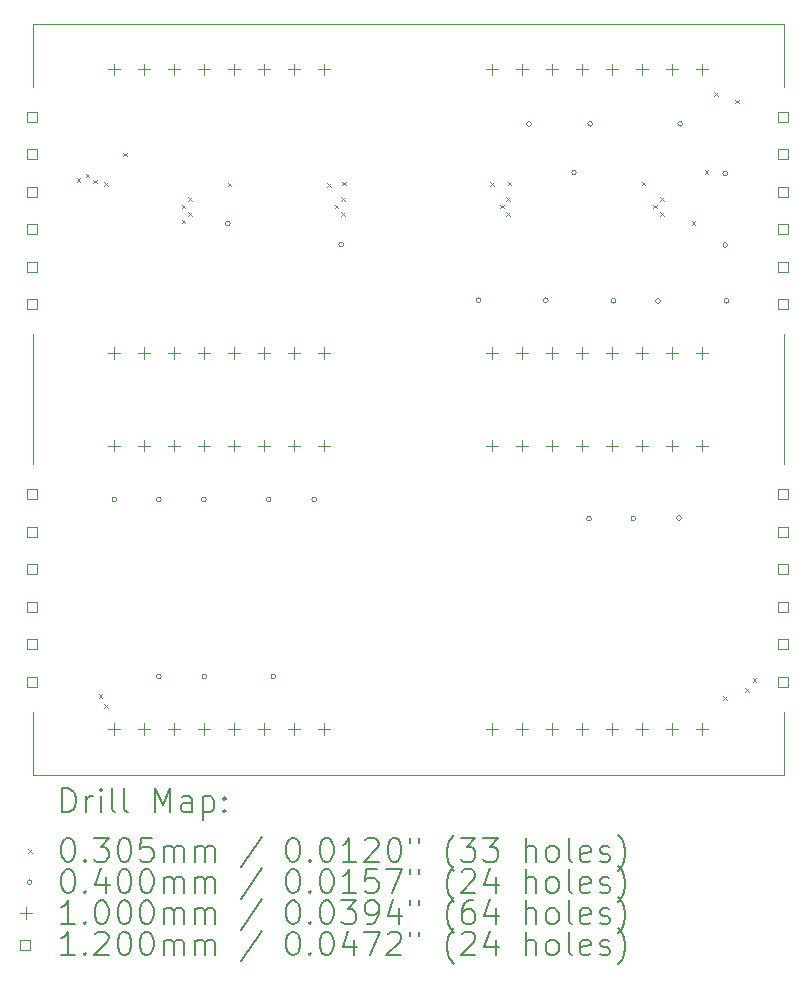
<source format=gbr>
%FSLAX45Y45*%
G04 Gerber Fmt 4.5, Leading zero omitted, Abs format (unit mm)*
G04 Created by KiCad (PCBNEW (6.0.6)) date 2022-10-25 18:49:50*
%MOMM*%
%LPD*%
G01*
G04 APERTURE LIST*
%TA.AperFunction,Profile*%
%ADD10C,0.100000*%
%TD*%
%ADD11C,0.200000*%
%ADD12C,0.030480*%
%ADD13C,0.040000*%
%ADD14C,0.100000*%
%ADD15C,0.120000*%
G04 APERTURE END LIST*
D10*
X6380000Y-3180000D02*
X6380000Y-2647750D01*
X20000Y3180000D02*
X6380000Y3180000D01*
X20000Y-2647750D02*
X20000Y-3180000D01*
X20000Y552250D02*
X20000Y-552250D01*
X20000Y2647750D02*
X20000Y3180000D01*
X6380000Y-552250D02*
X6380000Y552250D01*
X6380000Y2647750D02*
X6380000Y3180000D01*
X20000Y-3180000D02*
X6380000Y-3180000D01*
D11*
D12*
X391160Y1869440D02*
X421640Y1838960D01*
X421640Y1869440D02*
X391160Y1838960D01*
X467360Y1910080D02*
X497840Y1879600D01*
X497840Y1910080D02*
X467360Y1879600D01*
X533400Y1859280D02*
X563880Y1828800D01*
X563880Y1859280D02*
X533400Y1828800D01*
X579120Y-2499360D02*
X609600Y-2529840D01*
X609600Y-2499360D02*
X579120Y-2529840D01*
X624840Y1838960D02*
X655320Y1808480D01*
X655320Y1838960D02*
X624840Y1808480D01*
X624840Y-2580640D02*
X655320Y-2611120D01*
X655320Y-2580640D02*
X624840Y-2611120D01*
X787400Y2087880D02*
X817880Y2057400D01*
X817880Y2087880D02*
X787400Y2057400D01*
X1280021Y1647577D02*
X1310501Y1617097D01*
X1310501Y1647577D02*
X1280021Y1617097D01*
X1280160Y1518920D02*
X1310640Y1488440D01*
X1310640Y1518920D02*
X1280160Y1488440D01*
X1334772Y1583220D02*
X1365252Y1552740D01*
X1365252Y1583220D02*
X1334772Y1552740D01*
X1335425Y1711960D02*
X1365905Y1681480D01*
X1365905Y1711960D02*
X1335425Y1681480D01*
X1671320Y1833880D02*
X1701800Y1803400D01*
X1701800Y1833880D02*
X1671320Y1803400D01*
X2514600Y1828800D02*
X2545080Y1798320D01*
X2545080Y1828800D02*
X2514600Y1798320D01*
X2575560Y1647226D02*
X2606040Y1616746D01*
X2606040Y1647226D02*
X2575560Y1616746D01*
X2630260Y1711740D02*
X2660740Y1681260D01*
X2660740Y1711740D02*
X2630260Y1681260D01*
X2630272Y1582720D02*
X2660752Y1552240D01*
X2660752Y1582720D02*
X2630272Y1552240D01*
X2642260Y1842740D02*
X2672740Y1812260D01*
X2672740Y1842740D02*
X2642260Y1812260D01*
X3895275Y1839460D02*
X3925755Y1808980D01*
X3925755Y1839460D02*
X3895275Y1808980D01*
X3977640Y1647726D02*
X4008120Y1617246D01*
X4008120Y1647726D02*
X3977640Y1617246D01*
X4029885Y1712240D02*
X4060365Y1681760D01*
X4060365Y1712240D02*
X4029885Y1681760D01*
X4029897Y1583220D02*
X4060377Y1552740D01*
X4060377Y1583220D02*
X4029897Y1552740D01*
X4042260Y1842740D02*
X4072740Y1812260D01*
X4072740Y1842740D02*
X4042260Y1812260D01*
X5176520Y1842740D02*
X5207000Y1812260D01*
X5207000Y1842740D02*
X5176520Y1812260D01*
X5273040Y1647726D02*
X5303520Y1617246D01*
X5303520Y1647726D02*
X5273040Y1617246D01*
X5329885Y1712240D02*
X5360365Y1681760D01*
X5360365Y1712240D02*
X5329885Y1681760D01*
X5329897Y1583220D02*
X5360377Y1552740D01*
X5360377Y1583220D02*
X5329897Y1552740D01*
X5598160Y1508760D02*
X5628640Y1478280D01*
X5628640Y1508760D02*
X5598160Y1478280D01*
X5709760Y1940720D02*
X5740240Y1910240D01*
X5740240Y1940720D02*
X5709760Y1910240D01*
X5791200Y2600960D02*
X5821680Y2570480D01*
X5821680Y2600960D02*
X5791200Y2570480D01*
X5867400Y-2514600D02*
X5897880Y-2545080D01*
X5897880Y-2514600D02*
X5867400Y-2545080D01*
X5969000Y2534920D02*
X5999480Y2504440D01*
X5999480Y2534920D02*
X5969000Y2504440D01*
X6050280Y-2448560D02*
X6080760Y-2479040D01*
X6080760Y-2448560D02*
X6050280Y-2479040D01*
X6116320Y-2362200D02*
X6146800Y-2392680D01*
X6146800Y-2362200D02*
X6116320Y-2392680D01*
D13*
X731200Y-848360D02*
G75*
G03*
X731200Y-848360I-20000J0D01*
G01*
X1107120Y-848360D02*
G75*
G03*
X1107120Y-848360I-20000J0D01*
G01*
X1107120Y-2346960D02*
G75*
G03*
X1107120Y-2346960I-20000J0D01*
G01*
X1488120Y-848360D02*
G75*
G03*
X1488120Y-848360I-20000J0D01*
G01*
X1493200Y-2346960D02*
G75*
G03*
X1493200Y-2346960I-20000J0D01*
G01*
X1691320Y1488440D02*
G75*
G03*
X1691320Y1488440I-20000J0D01*
G01*
X2036760Y-848360D02*
G75*
G03*
X2036760Y-848360I-20000J0D01*
G01*
X2077400Y-2346960D02*
G75*
G03*
X2077400Y-2346960I-20000J0D01*
G01*
X2422840Y-848360D02*
G75*
G03*
X2422840Y-848360I-20000J0D01*
G01*
X2651440Y1310640D02*
G75*
G03*
X2651440Y1310640I-20000J0D01*
G01*
X3814760Y838200D02*
G75*
G03*
X3814760Y838200I-20000J0D01*
G01*
X4241480Y2331720D02*
G75*
G03*
X4241480Y2331720I-20000J0D01*
G01*
X4383720Y838200D02*
G75*
G03*
X4383720Y838200I-20000J0D01*
G01*
X4622480Y1920240D02*
G75*
G03*
X4622480Y1920240I-20000J0D01*
G01*
X4749480Y-1010920D02*
G75*
G03*
X4749480Y-1010920I-20000J0D01*
G01*
X4759640Y2331720D02*
G75*
G03*
X4759640Y2331720I-20000J0D01*
G01*
X4957760Y833120D02*
G75*
G03*
X4957760Y833120I-20000J0D01*
G01*
X5125400Y-1010920D02*
G75*
G03*
X5125400Y-1010920I-20000J0D01*
G01*
X5333680Y833120D02*
G75*
G03*
X5333680Y833120I-20000J0D01*
G01*
X5511480Y-1005840D02*
G75*
G03*
X5511480Y-1005840I-20000J0D01*
G01*
X5521640Y2331720D02*
G75*
G03*
X5521640Y2331720I-20000J0D01*
G01*
X5902640Y1910080D02*
G75*
G03*
X5902640Y1910080I-20000J0D01*
G01*
X5902640Y1305560D02*
G75*
G03*
X5902640Y1305560I-20000J0D01*
G01*
X5912800Y833120D02*
G75*
G03*
X5912800Y833120I-20000J0D01*
G01*
D14*
X711000Y2842000D02*
X711000Y2742000D01*
X661000Y2792000D02*
X761000Y2792000D01*
X711000Y442000D02*
X711000Y342000D01*
X661000Y392000D02*
X761000Y392000D01*
X711000Y-342000D02*
X711000Y-442000D01*
X661000Y-392000D02*
X761000Y-392000D01*
X711000Y-2742000D02*
X711000Y-2842000D01*
X661000Y-2792000D02*
X761000Y-2792000D01*
X965000Y2842000D02*
X965000Y2742000D01*
X915000Y2792000D02*
X1015000Y2792000D01*
X965000Y442000D02*
X965000Y342000D01*
X915000Y392000D02*
X1015000Y392000D01*
X965000Y-342000D02*
X965000Y-442000D01*
X915000Y-392000D02*
X1015000Y-392000D01*
X965000Y-2742000D02*
X965000Y-2842000D01*
X915000Y-2792000D02*
X1015000Y-2792000D01*
X1219000Y2842000D02*
X1219000Y2742000D01*
X1169000Y2792000D02*
X1269000Y2792000D01*
X1219000Y442000D02*
X1219000Y342000D01*
X1169000Y392000D02*
X1269000Y392000D01*
X1219000Y-342000D02*
X1219000Y-442000D01*
X1169000Y-392000D02*
X1269000Y-392000D01*
X1219000Y-2742000D02*
X1219000Y-2842000D01*
X1169000Y-2792000D02*
X1269000Y-2792000D01*
X1473000Y2842000D02*
X1473000Y2742000D01*
X1423000Y2792000D02*
X1523000Y2792000D01*
X1473000Y442000D02*
X1473000Y342000D01*
X1423000Y392000D02*
X1523000Y392000D01*
X1473000Y-342000D02*
X1473000Y-442000D01*
X1423000Y-392000D02*
X1523000Y-392000D01*
X1473000Y-2742000D02*
X1473000Y-2842000D01*
X1423000Y-2792000D02*
X1523000Y-2792000D01*
X1727000Y2842000D02*
X1727000Y2742000D01*
X1677000Y2792000D02*
X1777000Y2792000D01*
X1727000Y442000D02*
X1727000Y342000D01*
X1677000Y392000D02*
X1777000Y392000D01*
X1727000Y-342000D02*
X1727000Y-442000D01*
X1677000Y-392000D02*
X1777000Y-392000D01*
X1727000Y-2742000D02*
X1727000Y-2842000D01*
X1677000Y-2792000D02*
X1777000Y-2792000D01*
X1981000Y2842000D02*
X1981000Y2742000D01*
X1931000Y2792000D02*
X2031000Y2792000D01*
X1981000Y442000D02*
X1981000Y342000D01*
X1931000Y392000D02*
X2031000Y392000D01*
X1981000Y-342000D02*
X1981000Y-442000D01*
X1931000Y-392000D02*
X2031000Y-392000D01*
X1981000Y-2742000D02*
X1981000Y-2842000D01*
X1931000Y-2792000D02*
X2031000Y-2792000D01*
X2235000Y2842000D02*
X2235000Y2742000D01*
X2185000Y2792000D02*
X2285000Y2792000D01*
X2235000Y442000D02*
X2235000Y342000D01*
X2185000Y392000D02*
X2285000Y392000D01*
X2235000Y-342000D02*
X2235000Y-442000D01*
X2185000Y-392000D02*
X2285000Y-392000D01*
X2235000Y-2742000D02*
X2235000Y-2842000D01*
X2185000Y-2792000D02*
X2285000Y-2792000D01*
X2489000Y2842000D02*
X2489000Y2742000D01*
X2439000Y2792000D02*
X2539000Y2792000D01*
X2489000Y442000D02*
X2489000Y342000D01*
X2439000Y392000D02*
X2539000Y392000D01*
X2489000Y-342000D02*
X2489000Y-442000D01*
X2439000Y-392000D02*
X2539000Y-392000D01*
X2489000Y-2742000D02*
X2489000Y-2842000D01*
X2439000Y-2792000D02*
X2539000Y-2792000D01*
X3911000Y2842000D02*
X3911000Y2742000D01*
X3861000Y2792000D02*
X3961000Y2792000D01*
X3911000Y442000D02*
X3911000Y342000D01*
X3861000Y392000D02*
X3961000Y392000D01*
X3911000Y-342000D02*
X3911000Y-442000D01*
X3861000Y-392000D02*
X3961000Y-392000D01*
X3911000Y-2742000D02*
X3911000Y-2842000D01*
X3861000Y-2792000D02*
X3961000Y-2792000D01*
X4165000Y2842000D02*
X4165000Y2742000D01*
X4115000Y2792000D02*
X4215000Y2792000D01*
X4165000Y442000D02*
X4165000Y342000D01*
X4115000Y392000D02*
X4215000Y392000D01*
X4165000Y-342000D02*
X4165000Y-442000D01*
X4115000Y-392000D02*
X4215000Y-392000D01*
X4165000Y-2742000D02*
X4165000Y-2842000D01*
X4115000Y-2792000D02*
X4215000Y-2792000D01*
X4419000Y2842000D02*
X4419000Y2742000D01*
X4369000Y2792000D02*
X4469000Y2792000D01*
X4419000Y442000D02*
X4419000Y342000D01*
X4369000Y392000D02*
X4469000Y392000D01*
X4419000Y-342000D02*
X4419000Y-442000D01*
X4369000Y-392000D02*
X4469000Y-392000D01*
X4419000Y-2742000D02*
X4419000Y-2842000D01*
X4369000Y-2792000D02*
X4469000Y-2792000D01*
X4673000Y2842000D02*
X4673000Y2742000D01*
X4623000Y2792000D02*
X4723000Y2792000D01*
X4673000Y442000D02*
X4673000Y342000D01*
X4623000Y392000D02*
X4723000Y392000D01*
X4673000Y-342000D02*
X4673000Y-442000D01*
X4623000Y-392000D02*
X4723000Y-392000D01*
X4673000Y-2742000D02*
X4673000Y-2842000D01*
X4623000Y-2792000D02*
X4723000Y-2792000D01*
X4927000Y2842000D02*
X4927000Y2742000D01*
X4877000Y2792000D02*
X4977000Y2792000D01*
X4927000Y442000D02*
X4927000Y342000D01*
X4877000Y392000D02*
X4977000Y392000D01*
X4927000Y-342000D02*
X4927000Y-442000D01*
X4877000Y-392000D02*
X4977000Y-392000D01*
X4927000Y-2742000D02*
X4927000Y-2842000D01*
X4877000Y-2792000D02*
X4977000Y-2792000D01*
X5181000Y2842000D02*
X5181000Y2742000D01*
X5131000Y2792000D02*
X5231000Y2792000D01*
X5181000Y442000D02*
X5181000Y342000D01*
X5131000Y392000D02*
X5231000Y392000D01*
X5181000Y-342000D02*
X5181000Y-442000D01*
X5131000Y-392000D02*
X5231000Y-392000D01*
X5181000Y-2742000D02*
X5181000Y-2842000D01*
X5131000Y-2792000D02*
X5231000Y-2792000D01*
X5435000Y2842000D02*
X5435000Y2742000D01*
X5385000Y2792000D02*
X5485000Y2792000D01*
X5435000Y442000D02*
X5435000Y342000D01*
X5385000Y392000D02*
X5485000Y392000D01*
X5435000Y-342000D02*
X5435000Y-442000D01*
X5385000Y-392000D02*
X5485000Y-392000D01*
X5435000Y-2742000D02*
X5435000Y-2842000D01*
X5385000Y-2792000D02*
X5485000Y-2792000D01*
X5689000Y2842000D02*
X5689000Y2742000D01*
X5639000Y2792000D02*
X5739000Y2792000D01*
X5689000Y442000D02*
X5689000Y342000D01*
X5639000Y392000D02*
X5739000Y392000D01*
X5689000Y-342000D02*
X5689000Y-442000D01*
X5639000Y-392000D02*
X5739000Y-392000D01*
X5689000Y-2742000D02*
X5689000Y-2842000D01*
X5639000Y-2792000D02*
X5739000Y-2792000D01*
D15*
X58427Y2351323D02*
X58427Y2436177D01*
X-26427Y2436177D01*
X-26427Y2351323D01*
X58427Y2351323D01*
X58427Y2033823D02*
X58427Y2118677D01*
X-26427Y2118677D01*
X-26427Y2033823D01*
X58427Y2033823D01*
X58427Y1716323D02*
X58427Y1801177D01*
X-26427Y1801177D01*
X-26427Y1716323D01*
X58427Y1716323D01*
X58427Y1398823D02*
X58427Y1483677D01*
X-26427Y1483677D01*
X-26427Y1398823D01*
X58427Y1398823D01*
X58427Y1081323D02*
X58427Y1166177D01*
X-26427Y1166177D01*
X-26427Y1081323D01*
X58427Y1081323D01*
X58427Y763823D02*
X58427Y848677D01*
X-26427Y848677D01*
X-26427Y763823D01*
X58427Y763823D01*
X58427Y-848677D02*
X58427Y-763823D01*
X-26427Y-763823D01*
X-26427Y-848677D01*
X58427Y-848677D01*
X58427Y-1166177D02*
X58427Y-1081323D01*
X-26427Y-1081323D01*
X-26427Y-1166177D01*
X58427Y-1166177D01*
X58427Y-1483677D02*
X58427Y-1398823D01*
X-26427Y-1398823D01*
X-26427Y-1483677D01*
X58427Y-1483677D01*
X58427Y-1801177D02*
X58427Y-1716323D01*
X-26427Y-1716323D01*
X-26427Y-1801177D01*
X58427Y-1801177D01*
X58427Y-2118677D02*
X58427Y-2033823D01*
X-26427Y-2033823D01*
X-26427Y-2118677D01*
X58427Y-2118677D01*
X58427Y-2436177D02*
X58427Y-2351323D01*
X-26427Y-2351323D01*
X-26427Y-2436177D01*
X58427Y-2436177D01*
X6418427Y2351323D02*
X6418427Y2436177D01*
X6333573Y2436177D01*
X6333573Y2351323D01*
X6418427Y2351323D01*
X6418427Y2033823D02*
X6418427Y2118677D01*
X6333573Y2118677D01*
X6333573Y2033823D01*
X6418427Y2033823D01*
X6418427Y1716323D02*
X6418427Y1801177D01*
X6333573Y1801177D01*
X6333573Y1716323D01*
X6418427Y1716323D01*
X6418427Y1398823D02*
X6418427Y1483677D01*
X6333573Y1483677D01*
X6333573Y1398823D01*
X6418427Y1398823D01*
X6418427Y1081323D02*
X6418427Y1166177D01*
X6333573Y1166177D01*
X6333573Y1081323D01*
X6418427Y1081323D01*
X6418427Y763823D02*
X6418427Y848677D01*
X6333573Y848677D01*
X6333573Y763823D01*
X6418427Y763823D01*
X6418427Y-848677D02*
X6418427Y-763823D01*
X6333573Y-763823D01*
X6333573Y-848677D01*
X6418427Y-848677D01*
X6418427Y-1166177D02*
X6418427Y-1081323D01*
X6333573Y-1081323D01*
X6333573Y-1166177D01*
X6418427Y-1166177D01*
X6418427Y-1483677D02*
X6418427Y-1398823D01*
X6333573Y-1398823D01*
X6333573Y-1483677D01*
X6418427Y-1483677D01*
X6418427Y-1801177D02*
X6418427Y-1716323D01*
X6333573Y-1716323D01*
X6333573Y-1801177D01*
X6418427Y-1801177D01*
X6418427Y-2118677D02*
X6418427Y-2033823D01*
X6333573Y-2033823D01*
X6333573Y-2118677D01*
X6418427Y-2118677D01*
X6418427Y-2436177D02*
X6418427Y-2351323D01*
X6333573Y-2351323D01*
X6333573Y-2436177D01*
X6418427Y-2436177D01*
D11*
X271619Y-3495476D02*
X271619Y-3295476D01*
X319238Y-3295476D01*
X347810Y-3305000D01*
X366857Y-3324048D01*
X376381Y-3343095D01*
X385905Y-3381190D01*
X385905Y-3409762D01*
X376381Y-3447857D01*
X366857Y-3466905D01*
X347810Y-3485952D01*
X319238Y-3495476D01*
X271619Y-3495476D01*
X471619Y-3495476D02*
X471619Y-3362143D01*
X471619Y-3400238D02*
X481143Y-3381190D01*
X490667Y-3371667D01*
X509714Y-3362143D01*
X528762Y-3362143D01*
X595429Y-3495476D02*
X595429Y-3362143D01*
X595429Y-3295476D02*
X585905Y-3305000D01*
X595429Y-3314524D01*
X604952Y-3305000D01*
X595429Y-3295476D01*
X595429Y-3314524D01*
X719238Y-3495476D02*
X700190Y-3485952D01*
X690667Y-3466905D01*
X690667Y-3295476D01*
X824000Y-3495476D02*
X804952Y-3485952D01*
X795428Y-3466905D01*
X795428Y-3295476D01*
X1052571Y-3495476D02*
X1052571Y-3295476D01*
X1119238Y-3438333D01*
X1185905Y-3295476D01*
X1185905Y-3495476D01*
X1366857Y-3495476D02*
X1366857Y-3390714D01*
X1357333Y-3371667D01*
X1338286Y-3362143D01*
X1300190Y-3362143D01*
X1281143Y-3371667D01*
X1366857Y-3485952D02*
X1347810Y-3495476D01*
X1300190Y-3495476D01*
X1281143Y-3485952D01*
X1271619Y-3466905D01*
X1271619Y-3447857D01*
X1281143Y-3428809D01*
X1300190Y-3419286D01*
X1347810Y-3419286D01*
X1366857Y-3409762D01*
X1462095Y-3362143D02*
X1462095Y-3562143D01*
X1462095Y-3371667D02*
X1481143Y-3362143D01*
X1519238Y-3362143D01*
X1538286Y-3371667D01*
X1547809Y-3381190D01*
X1557333Y-3400238D01*
X1557333Y-3457381D01*
X1547809Y-3476428D01*
X1538286Y-3485952D01*
X1519238Y-3495476D01*
X1481143Y-3495476D01*
X1462095Y-3485952D01*
X1643048Y-3476428D02*
X1652571Y-3485952D01*
X1643048Y-3495476D01*
X1633524Y-3485952D01*
X1643048Y-3476428D01*
X1643048Y-3495476D01*
X1643048Y-3371667D02*
X1652571Y-3381190D01*
X1643048Y-3390714D01*
X1633524Y-3381190D01*
X1643048Y-3371667D01*
X1643048Y-3390714D01*
D12*
X-16480Y-3809760D02*
X14000Y-3840240D01*
X14000Y-3809760D02*
X-16480Y-3840240D01*
D11*
X309714Y-3715476D02*
X328762Y-3715476D01*
X347810Y-3725000D01*
X357333Y-3734524D01*
X366857Y-3753571D01*
X376381Y-3791667D01*
X376381Y-3839286D01*
X366857Y-3877381D01*
X357333Y-3896428D01*
X347810Y-3905952D01*
X328762Y-3915476D01*
X309714Y-3915476D01*
X290667Y-3905952D01*
X281143Y-3896428D01*
X271619Y-3877381D01*
X262095Y-3839286D01*
X262095Y-3791667D01*
X271619Y-3753571D01*
X281143Y-3734524D01*
X290667Y-3725000D01*
X309714Y-3715476D01*
X462095Y-3896428D02*
X471619Y-3905952D01*
X462095Y-3915476D01*
X452571Y-3905952D01*
X462095Y-3896428D01*
X462095Y-3915476D01*
X538286Y-3715476D02*
X662095Y-3715476D01*
X595429Y-3791667D01*
X624000Y-3791667D01*
X643048Y-3801190D01*
X652571Y-3810714D01*
X662095Y-3829762D01*
X662095Y-3877381D01*
X652571Y-3896428D01*
X643048Y-3905952D01*
X624000Y-3915476D01*
X566857Y-3915476D01*
X547810Y-3905952D01*
X538286Y-3896428D01*
X785905Y-3715476D02*
X804952Y-3715476D01*
X824000Y-3725000D01*
X833524Y-3734524D01*
X843048Y-3753571D01*
X852571Y-3791667D01*
X852571Y-3839286D01*
X843048Y-3877381D01*
X833524Y-3896428D01*
X824000Y-3905952D01*
X804952Y-3915476D01*
X785905Y-3915476D01*
X766857Y-3905952D01*
X757333Y-3896428D01*
X747809Y-3877381D01*
X738286Y-3839286D01*
X738286Y-3791667D01*
X747809Y-3753571D01*
X757333Y-3734524D01*
X766857Y-3725000D01*
X785905Y-3715476D01*
X1033524Y-3715476D02*
X938286Y-3715476D01*
X928762Y-3810714D01*
X938286Y-3801190D01*
X957333Y-3791667D01*
X1004952Y-3791667D01*
X1024000Y-3801190D01*
X1033524Y-3810714D01*
X1043048Y-3829762D01*
X1043048Y-3877381D01*
X1033524Y-3896428D01*
X1024000Y-3905952D01*
X1004952Y-3915476D01*
X957333Y-3915476D01*
X938286Y-3905952D01*
X928762Y-3896428D01*
X1128762Y-3915476D02*
X1128762Y-3782143D01*
X1128762Y-3801190D02*
X1138286Y-3791667D01*
X1157333Y-3782143D01*
X1185905Y-3782143D01*
X1204952Y-3791667D01*
X1214476Y-3810714D01*
X1214476Y-3915476D01*
X1214476Y-3810714D02*
X1224000Y-3791667D01*
X1243048Y-3782143D01*
X1271619Y-3782143D01*
X1290667Y-3791667D01*
X1300190Y-3810714D01*
X1300190Y-3915476D01*
X1395429Y-3915476D02*
X1395429Y-3782143D01*
X1395429Y-3801190D02*
X1404952Y-3791667D01*
X1424000Y-3782143D01*
X1452571Y-3782143D01*
X1471619Y-3791667D01*
X1481143Y-3810714D01*
X1481143Y-3915476D01*
X1481143Y-3810714D02*
X1490667Y-3791667D01*
X1509714Y-3782143D01*
X1538286Y-3782143D01*
X1557333Y-3791667D01*
X1566857Y-3810714D01*
X1566857Y-3915476D01*
X1957333Y-3705952D02*
X1785905Y-3963095D01*
X2214476Y-3715476D02*
X2233524Y-3715476D01*
X2252571Y-3725000D01*
X2262095Y-3734524D01*
X2271619Y-3753571D01*
X2281143Y-3791667D01*
X2281143Y-3839286D01*
X2271619Y-3877381D01*
X2262095Y-3896428D01*
X2252571Y-3905952D01*
X2233524Y-3915476D01*
X2214476Y-3915476D01*
X2195429Y-3905952D01*
X2185905Y-3896428D01*
X2176381Y-3877381D01*
X2166857Y-3839286D01*
X2166857Y-3791667D01*
X2176381Y-3753571D01*
X2185905Y-3734524D01*
X2195429Y-3725000D01*
X2214476Y-3715476D01*
X2366857Y-3896428D02*
X2376381Y-3905952D01*
X2366857Y-3915476D01*
X2357333Y-3905952D01*
X2366857Y-3896428D01*
X2366857Y-3915476D01*
X2500190Y-3715476D02*
X2519238Y-3715476D01*
X2538286Y-3725000D01*
X2547810Y-3734524D01*
X2557333Y-3753571D01*
X2566857Y-3791667D01*
X2566857Y-3839286D01*
X2557333Y-3877381D01*
X2547810Y-3896428D01*
X2538286Y-3905952D01*
X2519238Y-3915476D01*
X2500190Y-3915476D01*
X2481143Y-3905952D01*
X2471619Y-3896428D01*
X2462095Y-3877381D01*
X2452571Y-3839286D01*
X2452571Y-3791667D01*
X2462095Y-3753571D01*
X2471619Y-3734524D01*
X2481143Y-3725000D01*
X2500190Y-3715476D01*
X2757333Y-3915476D02*
X2643048Y-3915476D01*
X2700190Y-3915476D02*
X2700190Y-3715476D01*
X2681143Y-3744048D01*
X2662095Y-3763095D01*
X2643048Y-3772619D01*
X2833524Y-3734524D02*
X2843048Y-3725000D01*
X2862095Y-3715476D01*
X2909714Y-3715476D01*
X2928762Y-3725000D01*
X2938286Y-3734524D01*
X2947809Y-3753571D01*
X2947809Y-3772619D01*
X2938286Y-3801190D01*
X2824000Y-3915476D01*
X2947809Y-3915476D01*
X3071619Y-3715476D02*
X3090667Y-3715476D01*
X3109714Y-3725000D01*
X3119238Y-3734524D01*
X3128762Y-3753571D01*
X3138286Y-3791667D01*
X3138286Y-3839286D01*
X3128762Y-3877381D01*
X3119238Y-3896428D01*
X3109714Y-3905952D01*
X3090667Y-3915476D01*
X3071619Y-3915476D01*
X3052571Y-3905952D01*
X3043048Y-3896428D01*
X3033524Y-3877381D01*
X3024000Y-3839286D01*
X3024000Y-3791667D01*
X3033524Y-3753571D01*
X3043048Y-3734524D01*
X3052571Y-3725000D01*
X3071619Y-3715476D01*
X3214476Y-3715476D02*
X3214476Y-3753571D01*
X3290667Y-3715476D02*
X3290667Y-3753571D01*
X3585905Y-3991667D02*
X3576381Y-3982143D01*
X3557333Y-3953571D01*
X3547809Y-3934524D01*
X3538286Y-3905952D01*
X3528762Y-3858333D01*
X3528762Y-3820238D01*
X3538286Y-3772619D01*
X3547809Y-3744048D01*
X3557333Y-3725000D01*
X3576381Y-3696428D01*
X3585905Y-3686905D01*
X3643048Y-3715476D02*
X3766857Y-3715476D01*
X3700190Y-3791667D01*
X3728762Y-3791667D01*
X3747809Y-3801190D01*
X3757333Y-3810714D01*
X3766857Y-3829762D01*
X3766857Y-3877381D01*
X3757333Y-3896428D01*
X3747809Y-3905952D01*
X3728762Y-3915476D01*
X3671619Y-3915476D01*
X3652571Y-3905952D01*
X3643048Y-3896428D01*
X3833524Y-3715476D02*
X3957333Y-3715476D01*
X3890667Y-3791667D01*
X3919238Y-3791667D01*
X3938286Y-3801190D01*
X3947809Y-3810714D01*
X3957333Y-3829762D01*
X3957333Y-3877381D01*
X3947809Y-3896428D01*
X3938286Y-3905952D01*
X3919238Y-3915476D01*
X3862095Y-3915476D01*
X3843048Y-3905952D01*
X3833524Y-3896428D01*
X4195429Y-3915476D02*
X4195429Y-3715476D01*
X4281143Y-3915476D02*
X4281143Y-3810714D01*
X4271619Y-3791667D01*
X4252571Y-3782143D01*
X4224000Y-3782143D01*
X4204952Y-3791667D01*
X4195429Y-3801190D01*
X4404952Y-3915476D02*
X4385905Y-3905952D01*
X4376381Y-3896428D01*
X4366857Y-3877381D01*
X4366857Y-3820238D01*
X4376381Y-3801190D01*
X4385905Y-3791667D01*
X4404952Y-3782143D01*
X4433524Y-3782143D01*
X4452571Y-3791667D01*
X4462095Y-3801190D01*
X4471619Y-3820238D01*
X4471619Y-3877381D01*
X4462095Y-3896428D01*
X4452571Y-3905952D01*
X4433524Y-3915476D01*
X4404952Y-3915476D01*
X4585905Y-3915476D02*
X4566857Y-3905952D01*
X4557333Y-3886905D01*
X4557333Y-3715476D01*
X4738286Y-3905952D02*
X4719238Y-3915476D01*
X4681143Y-3915476D01*
X4662095Y-3905952D01*
X4652571Y-3886905D01*
X4652571Y-3810714D01*
X4662095Y-3791667D01*
X4681143Y-3782143D01*
X4719238Y-3782143D01*
X4738286Y-3791667D01*
X4747810Y-3810714D01*
X4747810Y-3829762D01*
X4652571Y-3848809D01*
X4824000Y-3905952D02*
X4843048Y-3915476D01*
X4881143Y-3915476D01*
X4900190Y-3905952D01*
X4909714Y-3886905D01*
X4909714Y-3877381D01*
X4900190Y-3858333D01*
X4881143Y-3848809D01*
X4852571Y-3848809D01*
X4833524Y-3839286D01*
X4824000Y-3820238D01*
X4824000Y-3810714D01*
X4833524Y-3791667D01*
X4852571Y-3782143D01*
X4881143Y-3782143D01*
X4900190Y-3791667D01*
X4976381Y-3991667D02*
X4985905Y-3982143D01*
X5004952Y-3953571D01*
X5014476Y-3934524D01*
X5024000Y-3905952D01*
X5033524Y-3858333D01*
X5033524Y-3820238D01*
X5024000Y-3772619D01*
X5014476Y-3744048D01*
X5004952Y-3725000D01*
X4985905Y-3696428D01*
X4976381Y-3686905D01*
D13*
X14000Y-4089000D02*
G75*
G03*
X14000Y-4089000I-20000J0D01*
G01*
D11*
X309714Y-3979476D02*
X328762Y-3979476D01*
X347810Y-3989000D01*
X357333Y-3998524D01*
X366857Y-4017571D01*
X376381Y-4055667D01*
X376381Y-4103286D01*
X366857Y-4141381D01*
X357333Y-4160428D01*
X347810Y-4169952D01*
X328762Y-4179476D01*
X309714Y-4179476D01*
X290667Y-4169952D01*
X281143Y-4160428D01*
X271619Y-4141381D01*
X262095Y-4103286D01*
X262095Y-4055667D01*
X271619Y-4017571D01*
X281143Y-3998524D01*
X290667Y-3989000D01*
X309714Y-3979476D01*
X462095Y-4160428D02*
X471619Y-4169952D01*
X462095Y-4179476D01*
X452571Y-4169952D01*
X462095Y-4160428D01*
X462095Y-4179476D01*
X643048Y-4046143D02*
X643048Y-4179476D01*
X595429Y-3969952D02*
X547810Y-4112809D01*
X671619Y-4112809D01*
X785905Y-3979476D02*
X804952Y-3979476D01*
X824000Y-3989000D01*
X833524Y-3998524D01*
X843048Y-4017571D01*
X852571Y-4055667D01*
X852571Y-4103286D01*
X843048Y-4141381D01*
X833524Y-4160428D01*
X824000Y-4169952D01*
X804952Y-4179476D01*
X785905Y-4179476D01*
X766857Y-4169952D01*
X757333Y-4160428D01*
X747809Y-4141381D01*
X738286Y-4103286D01*
X738286Y-4055667D01*
X747809Y-4017571D01*
X757333Y-3998524D01*
X766857Y-3989000D01*
X785905Y-3979476D01*
X976381Y-3979476D02*
X995428Y-3979476D01*
X1014476Y-3989000D01*
X1024000Y-3998524D01*
X1033524Y-4017571D01*
X1043048Y-4055667D01*
X1043048Y-4103286D01*
X1033524Y-4141381D01*
X1024000Y-4160428D01*
X1014476Y-4169952D01*
X995428Y-4179476D01*
X976381Y-4179476D01*
X957333Y-4169952D01*
X947809Y-4160428D01*
X938286Y-4141381D01*
X928762Y-4103286D01*
X928762Y-4055667D01*
X938286Y-4017571D01*
X947809Y-3998524D01*
X957333Y-3989000D01*
X976381Y-3979476D01*
X1128762Y-4179476D02*
X1128762Y-4046143D01*
X1128762Y-4065190D02*
X1138286Y-4055667D01*
X1157333Y-4046143D01*
X1185905Y-4046143D01*
X1204952Y-4055667D01*
X1214476Y-4074714D01*
X1214476Y-4179476D01*
X1214476Y-4074714D02*
X1224000Y-4055667D01*
X1243048Y-4046143D01*
X1271619Y-4046143D01*
X1290667Y-4055667D01*
X1300190Y-4074714D01*
X1300190Y-4179476D01*
X1395429Y-4179476D02*
X1395429Y-4046143D01*
X1395429Y-4065190D02*
X1404952Y-4055667D01*
X1424000Y-4046143D01*
X1452571Y-4046143D01*
X1471619Y-4055667D01*
X1481143Y-4074714D01*
X1481143Y-4179476D01*
X1481143Y-4074714D02*
X1490667Y-4055667D01*
X1509714Y-4046143D01*
X1538286Y-4046143D01*
X1557333Y-4055667D01*
X1566857Y-4074714D01*
X1566857Y-4179476D01*
X1957333Y-3969952D02*
X1785905Y-4227095D01*
X2214476Y-3979476D02*
X2233524Y-3979476D01*
X2252571Y-3989000D01*
X2262095Y-3998524D01*
X2271619Y-4017571D01*
X2281143Y-4055667D01*
X2281143Y-4103286D01*
X2271619Y-4141381D01*
X2262095Y-4160428D01*
X2252571Y-4169952D01*
X2233524Y-4179476D01*
X2214476Y-4179476D01*
X2195429Y-4169952D01*
X2185905Y-4160428D01*
X2176381Y-4141381D01*
X2166857Y-4103286D01*
X2166857Y-4055667D01*
X2176381Y-4017571D01*
X2185905Y-3998524D01*
X2195429Y-3989000D01*
X2214476Y-3979476D01*
X2366857Y-4160428D02*
X2376381Y-4169952D01*
X2366857Y-4179476D01*
X2357333Y-4169952D01*
X2366857Y-4160428D01*
X2366857Y-4179476D01*
X2500190Y-3979476D02*
X2519238Y-3979476D01*
X2538286Y-3989000D01*
X2547810Y-3998524D01*
X2557333Y-4017571D01*
X2566857Y-4055667D01*
X2566857Y-4103286D01*
X2557333Y-4141381D01*
X2547810Y-4160428D01*
X2538286Y-4169952D01*
X2519238Y-4179476D01*
X2500190Y-4179476D01*
X2481143Y-4169952D01*
X2471619Y-4160428D01*
X2462095Y-4141381D01*
X2452571Y-4103286D01*
X2452571Y-4055667D01*
X2462095Y-4017571D01*
X2471619Y-3998524D01*
X2481143Y-3989000D01*
X2500190Y-3979476D01*
X2757333Y-4179476D02*
X2643048Y-4179476D01*
X2700190Y-4179476D02*
X2700190Y-3979476D01*
X2681143Y-4008048D01*
X2662095Y-4027095D01*
X2643048Y-4036619D01*
X2938286Y-3979476D02*
X2843048Y-3979476D01*
X2833524Y-4074714D01*
X2843048Y-4065190D01*
X2862095Y-4055667D01*
X2909714Y-4055667D01*
X2928762Y-4065190D01*
X2938286Y-4074714D01*
X2947809Y-4093762D01*
X2947809Y-4141381D01*
X2938286Y-4160428D01*
X2928762Y-4169952D01*
X2909714Y-4179476D01*
X2862095Y-4179476D01*
X2843048Y-4169952D01*
X2833524Y-4160428D01*
X3014476Y-3979476D02*
X3147809Y-3979476D01*
X3062095Y-4179476D01*
X3214476Y-3979476D02*
X3214476Y-4017571D01*
X3290667Y-3979476D02*
X3290667Y-4017571D01*
X3585905Y-4255667D02*
X3576381Y-4246143D01*
X3557333Y-4217571D01*
X3547809Y-4198524D01*
X3538286Y-4169952D01*
X3528762Y-4122333D01*
X3528762Y-4084238D01*
X3538286Y-4036619D01*
X3547809Y-4008048D01*
X3557333Y-3989000D01*
X3576381Y-3960428D01*
X3585905Y-3950905D01*
X3652571Y-3998524D02*
X3662095Y-3989000D01*
X3681143Y-3979476D01*
X3728762Y-3979476D01*
X3747809Y-3989000D01*
X3757333Y-3998524D01*
X3766857Y-4017571D01*
X3766857Y-4036619D01*
X3757333Y-4065190D01*
X3643048Y-4179476D01*
X3766857Y-4179476D01*
X3938286Y-4046143D02*
X3938286Y-4179476D01*
X3890667Y-3969952D02*
X3843048Y-4112809D01*
X3966857Y-4112809D01*
X4195429Y-4179476D02*
X4195429Y-3979476D01*
X4281143Y-4179476D02*
X4281143Y-4074714D01*
X4271619Y-4055667D01*
X4252571Y-4046143D01*
X4224000Y-4046143D01*
X4204952Y-4055667D01*
X4195429Y-4065190D01*
X4404952Y-4179476D02*
X4385905Y-4169952D01*
X4376381Y-4160428D01*
X4366857Y-4141381D01*
X4366857Y-4084238D01*
X4376381Y-4065190D01*
X4385905Y-4055667D01*
X4404952Y-4046143D01*
X4433524Y-4046143D01*
X4452571Y-4055667D01*
X4462095Y-4065190D01*
X4471619Y-4084238D01*
X4471619Y-4141381D01*
X4462095Y-4160428D01*
X4452571Y-4169952D01*
X4433524Y-4179476D01*
X4404952Y-4179476D01*
X4585905Y-4179476D02*
X4566857Y-4169952D01*
X4557333Y-4150905D01*
X4557333Y-3979476D01*
X4738286Y-4169952D02*
X4719238Y-4179476D01*
X4681143Y-4179476D01*
X4662095Y-4169952D01*
X4652571Y-4150905D01*
X4652571Y-4074714D01*
X4662095Y-4055667D01*
X4681143Y-4046143D01*
X4719238Y-4046143D01*
X4738286Y-4055667D01*
X4747810Y-4074714D01*
X4747810Y-4093762D01*
X4652571Y-4112809D01*
X4824000Y-4169952D02*
X4843048Y-4179476D01*
X4881143Y-4179476D01*
X4900190Y-4169952D01*
X4909714Y-4150905D01*
X4909714Y-4141381D01*
X4900190Y-4122333D01*
X4881143Y-4112809D01*
X4852571Y-4112809D01*
X4833524Y-4103286D01*
X4824000Y-4084238D01*
X4824000Y-4074714D01*
X4833524Y-4055667D01*
X4852571Y-4046143D01*
X4881143Y-4046143D01*
X4900190Y-4055667D01*
X4976381Y-4255667D02*
X4985905Y-4246143D01*
X5004952Y-4217571D01*
X5014476Y-4198524D01*
X5024000Y-4169952D01*
X5033524Y-4122333D01*
X5033524Y-4084238D01*
X5024000Y-4036619D01*
X5014476Y-4008048D01*
X5004952Y-3989000D01*
X4985905Y-3960428D01*
X4976381Y-3950905D01*
D14*
X-36000Y-4303000D02*
X-36000Y-4403000D01*
X-86000Y-4353000D02*
X14000Y-4353000D01*
D11*
X376381Y-4443476D02*
X262095Y-4443476D01*
X319238Y-4443476D02*
X319238Y-4243476D01*
X300190Y-4272048D01*
X281143Y-4291095D01*
X262095Y-4300619D01*
X462095Y-4424429D02*
X471619Y-4433952D01*
X462095Y-4443476D01*
X452571Y-4433952D01*
X462095Y-4424429D01*
X462095Y-4443476D01*
X595429Y-4243476D02*
X614476Y-4243476D01*
X633524Y-4253000D01*
X643048Y-4262524D01*
X652571Y-4281571D01*
X662095Y-4319667D01*
X662095Y-4367286D01*
X652571Y-4405381D01*
X643048Y-4424429D01*
X633524Y-4433952D01*
X614476Y-4443476D01*
X595429Y-4443476D01*
X576381Y-4433952D01*
X566857Y-4424429D01*
X557333Y-4405381D01*
X547810Y-4367286D01*
X547810Y-4319667D01*
X557333Y-4281571D01*
X566857Y-4262524D01*
X576381Y-4253000D01*
X595429Y-4243476D01*
X785905Y-4243476D02*
X804952Y-4243476D01*
X824000Y-4253000D01*
X833524Y-4262524D01*
X843048Y-4281571D01*
X852571Y-4319667D01*
X852571Y-4367286D01*
X843048Y-4405381D01*
X833524Y-4424429D01*
X824000Y-4433952D01*
X804952Y-4443476D01*
X785905Y-4443476D01*
X766857Y-4433952D01*
X757333Y-4424429D01*
X747809Y-4405381D01*
X738286Y-4367286D01*
X738286Y-4319667D01*
X747809Y-4281571D01*
X757333Y-4262524D01*
X766857Y-4253000D01*
X785905Y-4243476D01*
X976381Y-4243476D02*
X995428Y-4243476D01*
X1014476Y-4253000D01*
X1024000Y-4262524D01*
X1033524Y-4281571D01*
X1043048Y-4319667D01*
X1043048Y-4367286D01*
X1033524Y-4405381D01*
X1024000Y-4424429D01*
X1014476Y-4433952D01*
X995428Y-4443476D01*
X976381Y-4443476D01*
X957333Y-4433952D01*
X947809Y-4424429D01*
X938286Y-4405381D01*
X928762Y-4367286D01*
X928762Y-4319667D01*
X938286Y-4281571D01*
X947809Y-4262524D01*
X957333Y-4253000D01*
X976381Y-4243476D01*
X1128762Y-4443476D02*
X1128762Y-4310143D01*
X1128762Y-4329190D02*
X1138286Y-4319667D01*
X1157333Y-4310143D01*
X1185905Y-4310143D01*
X1204952Y-4319667D01*
X1214476Y-4338714D01*
X1214476Y-4443476D01*
X1214476Y-4338714D02*
X1224000Y-4319667D01*
X1243048Y-4310143D01*
X1271619Y-4310143D01*
X1290667Y-4319667D01*
X1300190Y-4338714D01*
X1300190Y-4443476D01*
X1395429Y-4443476D02*
X1395429Y-4310143D01*
X1395429Y-4329190D02*
X1404952Y-4319667D01*
X1424000Y-4310143D01*
X1452571Y-4310143D01*
X1471619Y-4319667D01*
X1481143Y-4338714D01*
X1481143Y-4443476D01*
X1481143Y-4338714D02*
X1490667Y-4319667D01*
X1509714Y-4310143D01*
X1538286Y-4310143D01*
X1557333Y-4319667D01*
X1566857Y-4338714D01*
X1566857Y-4443476D01*
X1957333Y-4233952D02*
X1785905Y-4491095D01*
X2214476Y-4243476D02*
X2233524Y-4243476D01*
X2252571Y-4253000D01*
X2262095Y-4262524D01*
X2271619Y-4281571D01*
X2281143Y-4319667D01*
X2281143Y-4367286D01*
X2271619Y-4405381D01*
X2262095Y-4424429D01*
X2252571Y-4433952D01*
X2233524Y-4443476D01*
X2214476Y-4443476D01*
X2195429Y-4433952D01*
X2185905Y-4424429D01*
X2176381Y-4405381D01*
X2166857Y-4367286D01*
X2166857Y-4319667D01*
X2176381Y-4281571D01*
X2185905Y-4262524D01*
X2195429Y-4253000D01*
X2214476Y-4243476D01*
X2366857Y-4424429D02*
X2376381Y-4433952D01*
X2366857Y-4443476D01*
X2357333Y-4433952D01*
X2366857Y-4424429D01*
X2366857Y-4443476D01*
X2500190Y-4243476D02*
X2519238Y-4243476D01*
X2538286Y-4253000D01*
X2547810Y-4262524D01*
X2557333Y-4281571D01*
X2566857Y-4319667D01*
X2566857Y-4367286D01*
X2557333Y-4405381D01*
X2547810Y-4424429D01*
X2538286Y-4433952D01*
X2519238Y-4443476D01*
X2500190Y-4443476D01*
X2481143Y-4433952D01*
X2471619Y-4424429D01*
X2462095Y-4405381D01*
X2452571Y-4367286D01*
X2452571Y-4319667D01*
X2462095Y-4281571D01*
X2471619Y-4262524D01*
X2481143Y-4253000D01*
X2500190Y-4243476D01*
X2633524Y-4243476D02*
X2757333Y-4243476D01*
X2690667Y-4319667D01*
X2719238Y-4319667D01*
X2738286Y-4329190D01*
X2747810Y-4338714D01*
X2757333Y-4357762D01*
X2757333Y-4405381D01*
X2747810Y-4424429D01*
X2738286Y-4433952D01*
X2719238Y-4443476D01*
X2662095Y-4443476D01*
X2643048Y-4433952D01*
X2633524Y-4424429D01*
X2852571Y-4443476D02*
X2890667Y-4443476D01*
X2909714Y-4433952D01*
X2919238Y-4424429D01*
X2938286Y-4395857D01*
X2947809Y-4357762D01*
X2947809Y-4281571D01*
X2938286Y-4262524D01*
X2928762Y-4253000D01*
X2909714Y-4243476D01*
X2871619Y-4243476D01*
X2852571Y-4253000D01*
X2843048Y-4262524D01*
X2833524Y-4281571D01*
X2833524Y-4329190D01*
X2843048Y-4348238D01*
X2852571Y-4357762D01*
X2871619Y-4367286D01*
X2909714Y-4367286D01*
X2928762Y-4357762D01*
X2938286Y-4348238D01*
X2947809Y-4329190D01*
X3119238Y-4310143D02*
X3119238Y-4443476D01*
X3071619Y-4233952D02*
X3024000Y-4376810D01*
X3147809Y-4376810D01*
X3214476Y-4243476D02*
X3214476Y-4281571D01*
X3290667Y-4243476D02*
X3290667Y-4281571D01*
X3585905Y-4519667D02*
X3576381Y-4510143D01*
X3557333Y-4481571D01*
X3547809Y-4462524D01*
X3538286Y-4433952D01*
X3528762Y-4386333D01*
X3528762Y-4348238D01*
X3538286Y-4300619D01*
X3547809Y-4272048D01*
X3557333Y-4253000D01*
X3576381Y-4224429D01*
X3585905Y-4214905D01*
X3747809Y-4243476D02*
X3709714Y-4243476D01*
X3690667Y-4253000D01*
X3681143Y-4262524D01*
X3662095Y-4291095D01*
X3652571Y-4329190D01*
X3652571Y-4405381D01*
X3662095Y-4424429D01*
X3671619Y-4433952D01*
X3690667Y-4443476D01*
X3728762Y-4443476D01*
X3747809Y-4433952D01*
X3757333Y-4424429D01*
X3766857Y-4405381D01*
X3766857Y-4357762D01*
X3757333Y-4338714D01*
X3747809Y-4329190D01*
X3728762Y-4319667D01*
X3690667Y-4319667D01*
X3671619Y-4329190D01*
X3662095Y-4338714D01*
X3652571Y-4357762D01*
X3938286Y-4310143D02*
X3938286Y-4443476D01*
X3890667Y-4233952D02*
X3843048Y-4376810D01*
X3966857Y-4376810D01*
X4195429Y-4443476D02*
X4195429Y-4243476D01*
X4281143Y-4443476D02*
X4281143Y-4338714D01*
X4271619Y-4319667D01*
X4252571Y-4310143D01*
X4224000Y-4310143D01*
X4204952Y-4319667D01*
X4195429Y-4329190D01*
X4404952Y-4443476D02*
X4385905Y-4433952D01*
X4376381Y-4424429D01*
X4366857Y-4405381D01*
X4366857Y-4348238D01*
X4376381Y-4329190D01*
X4385905Y-4319667D01*
X4404952Y-4310143D01*
X4433524Y-4310143D01*
X4452571Y-4319667D01*
X4462095Y-4329190D01*
X4471619Y-4348238D01*
X4471619Y-4405381D01*
X4462095Y-4424429D01*
X4452571Y-4433952D01*
X4433524Y-4443476D01*
X4404952Y-4443476D01*
X4585905Y-4443476D02*
X4566857Y-4433952D01*
X4557333Y-4414905D01*
X4557333Y-4243476D01*
X4738286Y-4433952D02*
X4719238Y-4443476D01*
X4681143Y-4443476D01*
X4662095Y-4433952D01*
X4652571Y-4414905D01*
X4652571Y-4338714D01*
X4662095Y-4319667D01*
X4681143Y-4310143D01*
X4719238Y-4310143D01*
X4738286Y-4319667D01*
X4747810Y-4338714D01*
X4747810Y-4357762D01*
X4652571Y-4376810D01*
X4824000Y-4433952D02*
X4843048Y-4443476D01*
X4881143Y-4443476D01*
X4900190Y-4433952D01*
X4909714Y-4414905D01*
X4909714Y-4405381D01*
X4900190Y-4386333D01*
X4881143Y-4376810D01*
X4852571Y-4376810D01*
X4833524Y-4367286D01*
X4824000Y-4348238D01*
X4824000Y-4338714D01*
X4833524Y-4319667D01*
X4852571Y-4310143D01*
X4881143Y-4310143D01*
X4900190Y-4319667D01*
X4976381Y-4519667D02*
X4985905Y-4510143D01*
X5004952Y-4481571D01*
X5014476Y-4462524D01*
X5024000Y-4433952D01*
X5033524Y-4386333D01*
X5033524Y-4348238D01*
X5024000Y-4300619D01*
X5014476Y-4272048D01*
X5004952Y-4253000D01*
X4985905Y-4224429D01*
X4976381Y-4214905D01*
D15*
X-3573Y-4659427D02*
X-3573Y-4574573D01*
X-88427Y-4574573D01*
X-88427Y-4659427D01*
X-3573Y-4659427D01*
D11*
X376381Y-4707476D02*
X262095Y-4707476D01*
X319238Y-4707476D02*
X319238Y-4507476D01*
X300190Y-4536048D01*
X281143Y-4555095D01*
X262095Y-4564619D01*
X462095Y-4688429D02*
X471619Y-4697952D01*
X462095Y-4707476D01*
X452571Y-4697952D01*
X462095Y-4688429D01*
X462095Y-4707476D01*
X547810Y-4526524D02*
X557333Y-4517000D01*
X576381Y-4507476D01*
X624000Y-4507476D01*
X643048Y-4517000D01*
X652571Y-4526524D01*
X662095Y-4545571D01*
X662095Y-4564619D01*
X652571Y-4593190D01*
X538286Y-4707476D01*
X662095Y-4707476D01*
X785905Y-4507476D02*
X804952Y-4507476D01*
X824000Y-4517000D01*
X833524Y-4526524D01*
X843048Y-4545571D01*
X852571Y-4583667D01*
X852571Y-4631286D01*
X843048Y-4669381D01*
X833524Y-4688429D01*
X824000Y-4697952D01*
X804952Y-4707476D01*
X785905Y-4707476D01*
X766857Y-4697952D01*
X757333Y-4688429D01*
X747809Y-4669381D01*
X738286Y-4631286D01*
X738286Y-4583667D01*
X747809Y-4545571D01*
X757333Y-4526524D01*
X766857Y-4517000D01*
X785905Y-4507476D01*
X976381Y-4507476D02*
X995428Y-4507476D01*
X1014476Y-4517000D01*
X1024000Y-4526524D01*
X1033524Y-4545571D01*
X1043048Y-4583667D01*
X1043048Y-4631286D01*
X1033524Y-4669381D01*
X1024000Y-4688429D01*
X1014476Y-4697952D01*
X995428Y-4707476D01*
X976381Y-4707476D01*
X957333Y-4697952D01*
X947809Y-4688429D01*
X938286Y-4669381D01*
X928762Y-4631286D01*
X928762Y-4583667D01*
X938286Y-4545571D01*
X947809Y-4526524D01*
X957333Y-4517000D01*
X976381Y-4507476D01*
X1128762Y-4707476D02*
X1128762Y-4574143D01*
X1128762Y-4593190D02*
X1138286Y-4583667D01*
X1157333Y-4574143D01*
X1185905Y-4574143D01*
X1204952Y-4583667D01*
X1214476Y-4602714D01*
X1214476Y-4707476D01*
X1214476Y-4602714D02*
X1224000Y-4583667D01*
X1243048Y-4574143D01*
X1271619Y-4574143D01*
X1290667Y-4583667D01*
X1300190Y-4602714D01*
X1300190Y-4707476D01*
X1395429Y-4707476D02*
X1395429Y-4574143D01*
X1395429Y-4593190D02*
X1404952Y-4583667D01*
X1424000Y-4574143D01*
X1452571Y-4574143D01*
X1471619Y-4583667D01*
X1481143Y-4602714D01*
X1481143Y-4707476D01*
X1481143Y-4602714D02*
X1490667Y-4583667D01*
X1509714Y-4574143D01*
X1538286Y-4574143D01*
X1557333Y-4583667D01*
X1566857Y-4602714D01*
X1566857Y-4707476D01*
X1957333Y-4497952D02*
X1785905Y-4755095D01*
X2214476Y-4507476D02*
X2233524Y-4507476D01*
X2252571Y-4517000D01*
X2262095Y-4526524D01*
X2271619Y-4545571D01*
X2281143Y-4583667D01*
X2281143Y-4631286D01*
X2271619Y-4669381D01*
X2262095Y-4688429D01*
X2252571Y-4697952D01*
X2233524Y-4707476D01*
X2214476Y-4707476D01*
X2195429Y-4697952D01*
X2185905Y-4688429D01*
X2176381Y-4669381D01*
X2166857Y-4631286D01*
X2166857Y-4583667D01*
X2176381Y-4545571D01*
X2185905Y-4526524D01*
X2195429Y-4517000D01*
X2214476Y-4507476D01*
X2366857Y-4688429D02*
X2376381Y-4697952D01*
X2366857Y-4707476D01*
X2357333Y-4697952D01*
X2366857Y-4688429D01*
X2366857Y-4707476D01*
X2500190Y-4507476D02*
X2519238Y-4507476D01*
X2538286Y-4517000D01*
X2547810Y-4526524D01*
X2557333Y-4545571D01*
X2566857Y-4583667D01*
X2566857Y-4631286D01*
X2557333Y-4669381D01*
X2547810Y-4688429D01*
X2538286Y-4697952D01*
X2519238Y-4707476D01*
X2500190Y-4707476D01*
X2481143Y-4697952D01*
X2471619Y-4688429D01*
X2462095Y-4669381D01*
X2452571Y-4631286D01*
X2452571Y-4583667D01*
X2462095Y-4545571D01*
X2471619Y-4526524D01*
X2481143Y-4517000D01*
X2500190Y-4507476D01*
X2738286Y-4574143D02*
X2738286Y-4707476D01*
X2690667Y-4497952D02*
X2643048Y-4640810D01*
X2766857Y-4640810D01*
X2824000Y-4507476D02*
X2957333Y-4507476D01*
X2871619Y-4707476D01*
X3024000Y-4526524D02*
X3033524Y-4517000D01*
X3052571Y-4507476D01*
X3100190Y-4507476D01*
X3119238Y-4517000D01*
X3128762Y-4526524D01*
X3138286Y-4545571D01*
X3138286Y-4564619D01*
X3128762Y-4593190D01*
X3014476Y-4707476D01*
X3138286Y-4707476D01*
X3214476Y-4507476D02*
X3214476Y-4545571D01*
X3290667Y-4507476D02*
X3290667Y-4545571D01*
X3585905Y-4783667D02*
X3576381Y-4774143D01*
X3557333Y-4745571D01*
X3547809Y-4726524D01*
X3538286Y-4697952D01*
X3528762Y-4650333D01*
X3528762Y-4612238D01*
X3538286Y-4564619D01*
X3547809Y-4536048D01*
X3557333Y-4517000D01*
X3576381Y-4488429D01*
X3585905Y-4478905D01*
X3652571Y-4526524D02*
X3662095Y-4517000D01*
X3681143Y-4507476D01*
X3728762Y-4507476D01*
X3747809Y-4517000D01*
X3757333Y-4526524D01*
X3766857Y-4545571D01*
X3766857Y-4564619D01*
X3757333Y-4593190D01*
X3643048Y-4707476D01*
X3766857Y-4707476D01*
X3938286Y-4574143D02*
X3938286Y-4707476D01*
X3890667Y-4497952D02*
X3843048Y-4640810D01*
X3966857Y-4640810D01*
X4195429Y-4707476D02*
X4195429Y-4507476D01*
X4281143Y-4707476D02*
X4281143Y-4602714D01*
X4271619Y-4583667D01*
X4252571Y-4574143D01*
X4224000Y-4574143D01*
X4204952Y-4583667D01*
X4195429Y-4593190D01*
X4404952Y-4707476D02*
X4385905Y-4697952D01*
X4376381Y-4688429D01*
X4366857Y-4669381D01*
X4366857Y-4612238D01*
X4376381Y-4593190D01*
X4385905Y-4583667D01*
X4404952Y-4574143D01*
X4433524Y-4574143D01*
X4452571Y-4583667D01*
X4462095Y-4593190D01*
X4471619Y-4612238D01*
X4471619Y-4669381D01*
X4462095Y-4688429D01*
X4452571Y-4697952D01*
X4433524Y-4707476D01*
X4404952Y-4707476D01*
X4585905Y-4707476D02*
X4566857Y-4697952D01*
X4557333Y-4678905D01*
X4557333Y-4507476D01*
X4738286Y-4697952D02*
X4719238Y-4707476D01*
X4681143Y-4707476D01*
X4662095Y-4697952D01*
X4652571Y-4678905D01*
X4652571Y-4602714D01*
X4662095Y-4583667D01*
X4681143Y-4574143D01*
X4719238Y-4574143D01*
X4738286Y-4583667D01*
X4747810Y-4602714D01*
X4747810Y-4621762D01*
X4652571Y-4640810D01*
X4824000Y-4697952D02*
X4843048Y-4707476D01*
X4881143Y-4707476D01*
X4900190Y-4697952D01*
X4909714Y-4678905D01*
X4909714Y-4669381D01*
X4900190Y-4650333D01*
X4881143Y-4640810D01*
X4852571Y-4640810D01*
X4833524Y-4631286D01*
X4824000Y-4612238D01*
X4824000Y-4602714D01*
X4833524Y-4583667D01*
X4852571Y-4574143D01*
X4881143Y-4574143D01*
X4900190Y-4583667D01*
X4976381Y-4783667D02*
X4985905Y-4774143D01*
X5004952Y-4745571D01*
X5014476Y-4726524D01*
X5024000Y-4697952D01*
X5033524Y-4650333D01*
X5033524Y-4612238D01*
X5024000Y-4564619D01*
X5014476Y-4536048D01*
X5004952Y-4517000D01*
X4985905Y-4488429D01*
X4976381Y-4478905D01*
M02*

</source>
